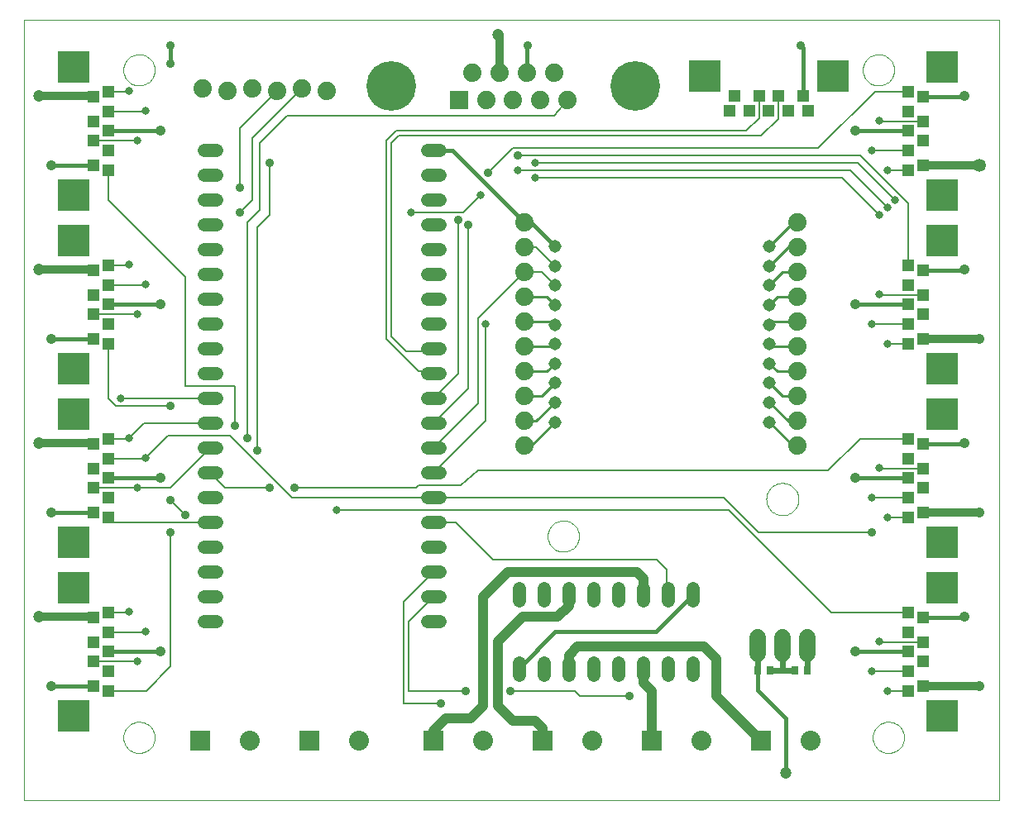
<source format=gtl>
G75*
G70*
%OFA0B0*%
%FSLAX24Y24*%
%IPPOS*%
%LPD*%
%AMOC8*
5,1,8,0,0,1.08239X$1,22.5*
%
%ADD10C,0.0000*%
%ADD11R,0.1306X0.1306*%
%ADD12R,0.0476X0.0476*%
%ADD13C,0.0520*%
%ADD14R,0.0800X0.0800*%
%ADD15C,0.0800*%
%ADD16C,0.0660*%
%ADD17R,0.0276X0.0354*%
%ADD18C,0.0740*%
%ADD19R,0.0740X0.0740*%
%ADD20C,0.2000*%
%ADD21C,0.0515*%
%ADD22C,0.0240*%
%ADD23C,0.0413*%
%ADD24C,0.0320*%
%ADD25C,0.0160*%
%ADD26C,0.0531*%
%ADD27C,0.0472*%
%ADD28C,0.0080*%
%ADD29C,0.0317*%
%ADD30C,0.0356*%
%ADD31C,0.0100*%
%ADD32C,0.0400*%
D10*
X002772Y000222D02*
X002772Y031712D01*
X042072Y031712D01*
X042072Y000222D01*
X002772Y000222D01*
X006762Y002762D02*
X006764Y002812D01*
X006770Y002862D01*
X006780Y002911D01*
X006794Y002959D01*
X006811Y003006D01*
X006832Y003051D01*
X006857Y003095D01*
X006885Y003136D01*
X006917Y003175D01*
X006951Y003212D01*
X006988Y003246D01*
X007028Y003276D01*
X007070Y003303D01*
X007114Y003327D01*
X007160Y003348D01*
X007207Y003364D01*
X007255Y003377D01*
X007305Y003386D01*
X007354Y003391D01*
X007405Y003392D01*
X007455Y003389D01*
X007504Y003382D01*
X007553Y003371D01*
X007601Y003356D01*
X007647Y003338D01*
X007692Y003316D01*
X007735Y003290D01*
X007776Y003261D01*
X007815Y003229D01*
X007851Y003194D01*
X007883Y003156D01*
X007913Y003116D01*
X007940Y003073D01*
X007963Y003029D01*
X007982Y002983D01*
X007998Y002935D01*
X008010Y002886D01*
X008018Y002837D01*
X008022Y002787D01*
X008022Y002737D01*
X008018Y002687D01*
X008010Y002638D01*
X007998Y002589D01*
X007982Y002541D01*
X007963Y002495D01*
X007940Y002451D01*
X007913Y002408D01*
X007883Y002368D01*
X007851Y002330D01*
X007815Y002295D01*
X007776Y002263D01*
X007735Y002234D01*
X007692Y002208D01*
X007647Y002186D01*
X007601Y002168D01*
X007553Y002153D01*
X007504Y002142D01*
X007455Y002135D01*
X007405Y002132D01*
X007354Y002133D01*
X007305Y002138D01*
X007255Y002147D01*
X007207Y002160D01*
X007160Y002176D01*
X007114Y002197D01*
X007070Y002221D01*
X007028Y002248D01*
X006988Y002278D01*
X006951Y002312D01*
X006917Y002349D01*
X006885Y002388D01*
X006857Y002429D01*
X006832Y002473D01*
X006811Y002518D01*
X006794Y002565D01*
X006780Y002613D01*
X006770Y002662D01*
X006764Y002712D01*
X006762Y002762D01*
X023862Y010882D02*
X023864Y010932D01*
X023870Y010982D01*
X023880Y011031D01*
X023894Y011079D01*
X023911Y011126D01*
X023932Y011171D01*
X023957Y011215D01*
X023985Y011256D01*
X024017Y011295D01*
X024051Y011332D01*
X024088Y011366D01*
X024128Y011396D01*
X024170Y011423D01*
X024214Y011447D01*
X024260Y011468D01*
X024307Y011484D01*
X024355Y011497D01*
X024405Y011506D01*
X024454Y011511D01*
X024505Y011512D01*
X024555Y011509D01*
X024604Y011502D01*
X024653Y011491D01*
X024701Y011476D01*
X024747Y011458D01*
X024792Y011436D01*
X024835Y011410D01*
X024876Y011381D01*
X024915Y011349D01*
X024951Y011314D01*
X024983Y011276D01*
X025013Y011236D01*
X025040Y011193D01*
X025063Y011149D01*
X025082Y011103D01*
X025098Y011055D01*
X025110Y011006D01*
X025118Y010957D01*
X025122Y010907D01*
X025122Y010857D01*
X025118Y010807D01*
X025110Y010758D01*
X025098Y010709D01*
X025082Y010661D01*
X025063Y010615D01*
X025040Y010571D01*
X025013Y010528D01*
X024983Y010488D01*
X024951Y010450D01*
X024915Y010415D01*
X024876Y010383D01*
X024835Y010354D01*
X024792Y010328D01*
X024747Y010306D01*
X024701Y010288D01*
X024653Y010273D01*
X024604Y010262D01*
X024555Y010255D01*
X024505Y010252D01*
X024454Y010253D01*
X024405Y010258D01*
X024355Y010267D01*
X024307Y010280D01*
X024260Y010296D01*
X024214Y010317D01*
X024170Y010341D01*
X024128Y010368D01*
X024088Y010398D01*
X024051Y010432D01*
X024017Y010469D01*
X023985Y010508D01*
X023957Y010549D01*
X023932Y010593D01*
X023911Y010638D01*
X023894Y010685D01*
X023880Y010733D01*
X023870Y010782D01*
X023864Y010832D01*
X023862Y010882D01*
X032672Y012372D02*
X032674Y012422D01*
X032680Y012472D01*
X032690Y012522D01*
X032703Y012570D01*
X032720Y012618D01*
X032741Y012664D01*
X032765Y012708D01*
X032793Y012750D01*
X032824Y012790D01*
X032858Y012827D01*
X032895Y012862D01*
X032934Y012893D01*
X032975Y012922D01*
X033019Y012947D01*
X033065Y012969D01*
X033112Y012987D01*
X033160Y013001D01*
X033209Y013012D01*
X033259Y013019D01*
X033309Y013022D01*
X033360Y013021D01*
X033410Y013016D01*
X033460Y013007D01*
X033508Y012995D01*
X033556Y012978D01*
X033602Y012958D01*
X033647Y012935D01*
X033690Y012908D01*
X033730Y012878D01*
X033768Y012845D01*
X033803Y012809D01*
X033836Y012770D01*
X033865Y012729D01*
X033891Y012686D01*
X033914Y012641D01*
X033933Y012594D01*
X033948Y012546D01*
X033960Y012497D01*
X033968Y012447D01*
X033972Y012397D01*
X033972Y012347D01*
X033968Y012297D01*
X033960Y012247D01*
X033948Y012198D01*
X033933Y012150D01*
X033914Y012103D01*
X033891Y012058D01*
X033865Y012015D01*
X033836Y011974D01*
X033803Y011935D01*
X033768Y011899D01*
X033730Y011866D01*
X033690Y011836D01*
X033647Y011809D01*
X033602Y011786D01*
X033556Y011766D01*
X033508Y011749D01*
X033460Y011737D01*
X033410Y011728D01*
X033360Y011723D01*
X033309Y011722D01*
X033259Y011725D01*
X033209Y011732D01*
X033160Y011743D01*
X033112Y011757D01*
X033065Y011775D01*
X033019Y011797D01*
X032975Y011822D01*
X032934Y011851D01*
X032895Y011882D01*
X032858Y011917D01*
X032824Y011954D01*
X032793Y011994D01*
X032765Y012036D01*
X032741Y012080D01*
X032720Y012126D01*
X032703Y012174D01*
X032690Y012222D01*
X032680Y012272D01*
X032674Y012322D01*
X032672Y012372D01*
X036962Y002762D02*
X036964Y002812D01*
X036970Y002862D01*
X036980Y002911D01*
X036994Y002959D01*
X037011Y003006D01*
X037032Y003051D01*
X037057Y003095D01*
X037085Y003136D01*
X037117Y003175D01*
X037151Y003212D01*
X037188Y003246D01*
X037228Y003276D01*
X037270Y003303D01*
X037314Y003327D01*
X037360Y003348D01*
X037407Y003364D01*
X037455Y003377D01*
X037505Y003386D01*
X037554Y003391D01*
X037605Y003392D01*
X037655Y003389D01*
X037704Y003382D01*
X037753Y003371D01*
X037801Y003356D01*
X037847Y003338D01*
X037892Y003316D01*
X037935Y003290D01*
X037976Y003261D01*
X038015Y003229D01*
X038051Y003194D01*
X038083Y003156D01*
X038113Y003116D01*
X038140Y003073D01*
X038163Y003029D01*
X038182Y002983D01*
X038198Y002935D01*
X038210Y002886D01*
X038218Y002837D01*
X038222Y002787D01*
X038222Y002737D01*
X038218Y002687D01*
X038210Y002638D01*
X038198Y002589D01*
X038182Y002541D01*
X038163Y002495D01*
X038140Y002451D01*
X038113Y002408D01*
X038083Y002368D01*
X038051Y002330D01*
X038015Y002295D01*
X037976Y002263D01*
X037935Y002234D01*
X037892Y002208D01*
X037847Y002186D01*
X037801Y002168D01*
X037753Y002153D01*
X037704Y002142D01*
X037655Y002135D01*
X037605Y002132D01*
X037554Y002133D01*
X037505Y002138D01*
X037455Y002147D01*
X037407Y002160D01*
X037360Y002176D01*
X037314Y002197D01*
X037270Y002221D01*
X037228Y002248D01*
X037188Y002278D01*
X037151Y002312D01*
X037117Y002349D01*
X037085Y002388D01*
X037057Y002429D01*
X037032Y002473D01*
X037011Y002518D01*
X036994Y002565D01*
X036980Y002613D01*
X036970Y002662D01*
X036964Y002712D01*
X036962Y002762D01*
X036562Y029682D02*
X036564Y029732D01*
X036570Y029782D01*
X036580Y029831D01*
X036594Y029879D01*
X036611Y029926D01*
X036632Y029971D01*
X036657Y030015D01*
X036685Y030056D01*
X036717Y030095D01*
X036751Y030132D01*
X036788Y030166D01*
X036828Y030196D01*
X036870Y030223D01*
X036914Y030247D01*
X036960Y030268D01*
X037007Y030284D01*
X037055Y030297D01*
X037105Y030306D01*
X037154Y030311D01*
X037205Y030312D01*
X037255Y030309D01*
X037304Y030302D01*
X037353Y030291D01*
X037401Y030276D01*
X037447Y030258D01*
X037492Y030236D01*
X037535Y030210D01*
X037576Y030181D01*
X037615Y030149D01*
X037651Y030114D01*
X037683Y030076D01*
X037713Y030036D01*
X037740Y029993D01*
X037763Y029949D01*
X037782Y029903D01*
X037798Y029855D01*
X037810Y029806D01*
X037818Y029757D01*
X037822Y029707D01*
X037822Y029657D01*
X037818Y029607D01*
X037810Y029558D01*
X037798Y029509D01*
X037782Y029461D01*
X037763Y029415D01*
X037740Y029371D01*
X037713Y029328D01*
X037683Y029288D01*
X037651Y029250D01*
X037615Y029215D01*
X037576Y029183D01*
X037535Y029154D01*
X037492Y029128D01*
X037447Y029106D01*
X037401Y029088D01*
X037353Y029073D01*
X037304Y029062D01*
X037255Y029055D01*
X037205Y029052D01*
X037154Y029053D01*
X037105Y029058D01*
X037055Y029067D01*
X037007Y029080D01*
X036960Y029096D01*
X036914Y029117D01*
X036870Y029141D01*
X036828Y029168D01*
X036788Y029198D01*
X036751Y029232D01*
X036717Y029269D01*
X036685Y029308D01*
X036657Y029349D01*
X036632Y029393D01*
X036611Y029438D01*
X036594Y029485D01*
X036580Y029533D01*
X036570Y029582D01*
X036564Y029632D01*
X036562Y029682D01*
X006762Y029682D02*
X006764Y029732D01*
X006770Y029782D01*
X006780Y029831D01*
X006794Y029879D01*
X006811Y029926D01*
X006832Y029971D01*
X006857Y030015D01*
X006885Y030056D01*
X006917Y030095D01*
X006951Y030132D01*
X006988Y030166D01*
X007028Y030196D01*
X007070Y030223D01*
X007114Y030247D01*
X007160Y030268D01*
X007207Y030284D01*
X007255Y030297D01*
X007305Y030306D01*
X007354Y030311D01*
X007405Y030312D01*
X007455Y030309D01*
X007504Y030302D01*
X007553Y030291D01*
X007601Y030276D01*
X007647Y030258D01*
X007692Y030236D01*
X007735Y030210D01*
X007776Y030181D01*
X007815Y030149D01*
X007851Y030114D01*
X007883Y030076D01*
X007913Y030036D01*
X007940Y029993D01*
X007963Y029949D01*
X007982Y029903D01*
X007998Y029855D01*
X008010Y029806D01*
X008018Y029757D01*
X008022Y029707D01*
X008022Y029657D01*
X008018Y029607D01*
X008010Y029558D01*
X007998Y029509D01*
X007982Y029461D01*
X007963Y029415D01*
X007940Y029371D01*
X007913Y029328D01*
X007883Y029288D01*
X007851Y029250D01*
X007815Y029215D01*
X007776Y029183D01*
X007735Y029154D01*
X007692Y029128D01*
X007647Y029106D01*
X007601Y029088D01*
X007553Y029073D01*
X007504Y029062D01*
X007455Y029055D01*
X007405Y029052D01*
X007354Y029053D01*
X007305Y029058D01*
X007255Y029067D01*
X007207Y029080D01*
X007160Y029096D01*
X007114Y029117D01*
X007070Y029141D01*
X007028Y029168D01*
X006988Y029198D01*
X006951Y029232D01*
X006917Y029269D01*
X006885Y029308D01*
X006857Y029349D01*
X006832Y029393D01*
X006811Y029438D01*
X006794Y029485D01*
X006780Y029533D01*
X006770Y029582D01*
X006764Y029632D01*
X006762Y029682D01*
D11*
X004772Y029808D03*
X004772Y024635D03*
X004772Y022808D03*
X004772Y017635D03*
X004772Y015808D03*
X004772Y010635D03*
X004772Y008808D03*
X004772Y003635D03*
X030185Y029422D03*
X035358Y029422D03*
X039772Y029808D03*
X039772Y024635D03*
X039772Y022808D03*
X039772Y017635D03*
X039772Y015808D03*
X039772Y010635D03*
X039772Y008808D03*
X039772Y003635D03*
D12*
X038984Y004844D03*
X038394Y004647D03*
X038394Y005434D03*
X038984Y005828D03*
X038394Y006222D03*
X038984Y006615D03*
X038394Y007009D03*
X038984Y007600D03*
X038394Y007797D03*
X038394Y011647D03*
X038984Y011844D03*
X038394Y012434D03*
X038984Y012828D03*
X038394Y013222D03*
X038984Y013615D03*
X038394Y014009D03*
X038394Y014797D03*
X038984Y014600D03*
X038394Y018647D03*
X038984Y018844D03*
X038394Y019434D03*
X038984Y019828D03*
X038394Y020222D03*
X038984Y020615D03*
X038394Y021009D03*
X038394Y021797D03*
X038984Y021600D03*
X038394Y025647D03*
X038984Y025844D03*
X038394Y026434D03*
X038984Y026828D03*
X038394Y027222D03*
X038984Y027615D03*
X038394Y028009D03*
X038984Y028600D03*
X038394Y028797D03*
X034346Y028044D03*
X034150Y028634D03*
X033559Y028044D03*
X033165Y028634D03*
X032772Y028044D03*
X032378Y028634D03*
X031984Y028044D03*
X031197Y028044D03*
X031394Y028634D03*
X006150Y028797D03*
X005559Y028600D03*
X006150Y028009D03*
X005559Y027615D03*
X006150Y027222D03*
X005559Y026828D03*
X006150Y026434D03*
X005559Y025844D03*
X006150Y025647D03*
X006150Y021797D03*
X005559Y021600D03*
X006150Y021009D03*
X005559Y020615D03*
X006150Y020222D03*
X005559Y019828D03*
X006150Y019434D03*
X005559Y018844D03*
X006150Y018647D03*
X006150Y014797D03*
X005559Y014600D03*
X006150Y014009D03*
X005559Y013615D03*
X006150Y013222D03*
X005559Y012828D03*
X006150Y012434D03*
X005559Y011844D03*
X006150Y011647D03*
X006150Y007797D03*
X005559Y007600D03*
X006150Y007009D03*
X005559Y006615D03*
X006150Y006222D03*
X005559Y005828D03*
X006150Y005434D03*
X006150Y004647D03*
X005559Y004844D03*
D13*
X010012Y007422D02*
X010532Y007422D01*
X010532Y008422D02*
X010012Y008422D01*
X010012Y009422D02*
X010532Y009422D01*
X010532Y010422D02*
X010012Y010422D01*
X010012Y011422D02*
X010532Y011422D01*
X010532Y012422D02*
X010012Y012422D01*
X010012Y013422D02*
X010532Y013422D01*
X010532Y014422D02*
X010012Y014422D01*
X010012Y015422D02*
X010532Y015422D01*
X010532Y016422D02*
X010012Y016422D01*
X010012Y017422D02*
X010532Y017422D01*
X010532Y018422D02*
X010012Y018422D01*
X010012Y019422D02*
X010532Y019422D01*
X010532Y020422D02*
X010012Y020422D01*
X010012Y021422D02*
X010532Y021422D01*
X010532Y022422D02*
X010012Y022422D01*
X010012Y023422D02*
X010532Y023422D01*
X010532Y024422D02*
X010012Y024422D01*
X010012Y025422D02*
X010532Y025422D01*
X010532Y026422D02*
X010012Y026422D01*
X019012Y026422D02*
X019532Y026422D01*
X019532Y025422D02*
X019012Y025422D01*
X019012Y024422D02*
X019532Y024422D01*
X019532Y023422D02*
X019012Y023422D01*
X019012Y022422D02*
X019532Y022422D01*
X019532Y021422D02*
X019012Y021422D01*
X019012Y020422D02*
X019532Y020422D01*
X019532Y019422D02*
X019012Y019422D01*
X019012Y018422D02*
X019532Y018422D01*
X019532Y017422D02*
X019012Y017422D01*
X019012Y016422D02*
X019532Y016422D01*
X019532Y015422D02*
X019012Y015422D01*
X019012Y014422D02*
X019532Y014422D01*
X019532Y013422D02*
X019012Y013422D01*
X019012Y012422D02*
X019532Y012422D01*
X019532Y011422D02*
X019012Y011422D01*
X019012Y010422D02*
X019532Y010422D01*
X019532Y009422D02*
X019012Y009422D01*
X019012Y008422D02*
X019532Y008422D01*
X019532Y007422D02*
X019012Y007422D01*
X022722Y008262D02*
X022722Y008782D01*
X023722Y008782D02*
X023722Y008262D01*
X024722Y008262D02*
X024722Y008782D01*
X025722Y008782D02*
X025722Y008262D01*
X026722Y008262D02*
X026722Y008782D01*
X027722Y008782D02*
X027722Y008262D01*
X028722Y008262D02*
X028722Y008782D01*
X029722Y008782D02*
X029722Y008262D01*
X029722Y005782D02*
X029722Y005262D01*
X028722Y005262D02*
X028722Y005782D01*
X027722Y005782D02*
X027722Y005262D01*
X026722Y005262D02*
X026722Y005782D01*
X025722Y005782D02*
X025722Y005262D01*
X024722Y005262D02*
X024722Y005782D01*
X023722Y005782D02*
X023722Y005262D01*
X022722Y005262D02*
X022722Y005782D01*
D14*
X023672Y002622D03*
X028072Y002622D03*
X032472Y002622D03*
X019272Y002622D03*
X014272Y002622D03*
X009872Y002622D03*
D15*
X011840Y002622D03*
X016240Y002622D03*
X021240Y002622D03*
X025640Y002622D03*
X030040Y002622D03*
X034440Y002622D03*
D16*
X034322Y006142D02*
X034322Y006802D01*
X033322Y006802D02*
X033322Y006142D01*
X032322Y006142D02*
X032322Y006802D01*
D17*
X032316Y005472D03*
X032828Y005472D03*
X033816Y005472D03*
X034328Y005472D03*
D18*
X033922Y014522D03*
X033922Y015522D03*
X033922Y016522D03*
X033922Y017522D03*
X033922Y018522D03*
X033922Y019522D03*
X033922Y020522D03*
X033922Y021522D03*
X033922Y022522D03*
X033922Y023522D03*
X024653Y028463D03*
X023562Y028463D03*
X022472Y028463D03*
X021381Y028463D03*
X020838Y029581D03*
X021928Y029581D03*
X023015Y029581D03*
X024106Y029581D03*
X022922Y023522D03*
X022922Y022522D03*
X022922Y021522D03*
X022922Y020522D03*
X022922Y019522D03*
X022922Y018522D03*
X022922Y017522D03*
X022922Y016522D03*
X022922Y015522D03*
X022922Y014522D03*
X014972Y028822D03*
X013972Y028922D03*
X012972Y028822D03*
X011972Y028922D03*
X010972Y028822D03*
X009972Y028922D03*
D19*
X020291Y028463D03*
D20*
X017550Y029022D03*
X027393Y029022D03*
D21*
X024141Y022565D03*
X024141Y021778D03*
X024141Y020990D03*
X024141Y020203D03*
X024141Y019415D03*
X024141Y018628D03*
X024141Y017841D03*
X024141Y017053D03*
X024141Y016266D03*
X024141Y015478D03*
X032802Y015478D03*
X032802Y016266D03*
X032802Y017053D03*
X032802Y017841D03*
X032802Y018628D03*
X032802Y019415D03*
X032802Y020203D03*
X032802Y020990D03*
X032802Y021778D03*
X032802Y022565D03*
D22*
X032316Y006472D02*
X032322Y006472D01*
X032316Y006472D02*
X032316Y005472D01*
X032828Y005472D02*
X033322Y005472D01*
X033816Y005472D01*
X033322Y005472D02*
X033322Y006472D01*
X034322Y006472D02*
X034322Y005472D01*
X034328Y005472D01*
D23*
X036272Y006222D03*
X040672Y007622D03*
X041272Y004822D03*
X041272Y011822D03*
X040672Y014622D03*
X036272Y013222D03*
X041272Y018822D03*
X040672Y021622D03*
X036272Y020222D03*
X036272Y027222D03*
X040672Y028622D03*
X008272Y027222D03*
X003872Y025822D03*
X008272Y020222D03*
X003872Y018822D03*
X008272Y013222D03*
X003872Y011822D03*
X008272Y006222D03*
X003872Y004822D03*
D24*
X003372Y007622D02*
X005559Y007622D01*
X005559Y007600D01*
X005559Y014600D02*
X005559Y014622D01*
X003372Y014622D01*
X003372Y021622D02*
X005559Y021622D01*
X005559Y021600D01*
X005559Y028600D02*
X005559Y028622D01*
X003372Y028622D01*
X021928Y029581D02*
X021928Y031102D01*
X021872Y031102D01*
X038984Y025844D02*
X041072Y025844D01*
X041272Y018844D02*
X038984Y018844D01*
X041272Y018822D02*
X041272Y018844D01*
X041272Y011844D02*
X038984Y011844D01*
X041272Y011822D02*
X041272Y011844D01*
X041272Y004844D02*
X038984Y004844D01*
X041272Y004822D02*
X041272Y004844D01*
D25*
X038394Y006222D02*
X036272Y006222D01*
X038984Y007600D02*
X040672Y007600D01*
X040672Y007622D01*
X038394Y013222D02*
X036272Y013222D01*
X038984Y014600D02*
X040672Y014600D01*
X040672Y014622D01*
X038394Y020222D02*
X036272Y020222D01*
X038984Y021600D02*
X040672Y021600D01*
X040672Y021622D01*
X041072Y025844D02*
X041272Y025822D01*
X038394Y027222D02*
X036272Y027222D01*
X034150Y028634D02*
X034150Y030584D01*
X034072Y030662D01*
X038984Y028600D02*
X040672Y028600D01*
X040672Y028622D01*
X024141Y022565D02*
X023184Y023522D01*
X022922Y023522D01*
X020022Y026422D01*
X019272Y026422D01*
X023015Y029581D02*
X023015Y030605D01*
X023072Y030662D01*
X008672Y030662D02*
X008672Y029922D01*
X008272Y027222D02*
X006150Y027222D01*
X005559Y025844D02*
X003872Y025844D01*
X003872Y025822D01*
X006150Y020222D02*
X008272Y020222D01*
X005559Y018844D02*
X003872Y018844D01*
X003872Y018822D01*
X006150Y013222D02*
X008272Y013222D01*
X005559Y011844D02*
X003872Y011844D01*
X003872Y011822D01*
X006150Y006222D02*
X008272Y006222D01*
X005559Y004844D02*
X003872Y004844D01*
X003872Y004822D01*
X022722Y005522D02*
X022722Y005572D01*
X024172Y007022D01*
X028222Y007022D01*
X029722Y008522D01*
X032316Y005472D02*
X032316Y004678D01*
X033472Y003522D01*
X033472Y001322D01*
D26*
X041272Y025822D03*
D27*
X021872Y031102D03*
X003372Y028622D03*
X003372Y021622D03*
X003372Y014622D03*
X003372Y007622D03*
X033472Y001322D03*
D28*
X037552Y004622D02*
X037552Y004647D01*
X038394Y004647D01*
X038394Y005434D02*
X036912Y005434D01*
X036912Y005422D01*
X037232Y006615D02*
X037232Y006622D01*
X037232Y006615D02*
X038984Y006615D01*
X038394Y007797D02*
X035297Y007797D01*
X031172Y011922D01*
X015372Y011922D01*
X013572Y012422D02*
X011072Y014922D01*
X008552Y014922D01*
X007652Y014022D01*
X007652Y014009D01*
X006150Y014009D01*
X006150Y014797D02*
X006992Y014797D01*
X006992Y014822D01*
X007592Y015422D01*
X010272Y015422D01*
X011272Y015322D02*
X011272Y016922D01*
X009272Y016922D01*
X009272Y021322D01*
X006150Y024444D01*
X006150Y025647D01*
X005559Y026828D02*
X007312Y026828D01*
X007312Y026822D01*
X007652Y028009D02*
X006150Y028009D01*
X006150Y028797D02*
X006992Y028797D01*
X006992Y028822D01*
X007652Y028022D02*
X007652Y028009D01*
X011472Y027322D02*
X012972Y028822D01*
X013972Y028922D02*
X011972Y026922D01*
X011972Y024422D01*
X011472Y023922D01*
X011772Y023522D02*
X011772Y014822D01*
X012172Y014322D02*
X012172Y023322D01*
X012672Y023822D01*
X012672Y025922D01*
X012272Y026722D02*
X012272Y024022D01*
X011772Y023522D01*
X011472Y024922D02*
X011472Y027322D01*
X012272Y026722D02*
X013372Y027822D01*
X024112Y027822D01*
X024653Y028463D01*
X022472Y026522D02*
X021472Y025522D01*
X022672Y025622D02*
X036052Y025622D01*
X037552Y024122D01*
X037872Y024422D02*
X036372Y025922D01*
X023372Y025922D01*
X023372Y025322D02*
X035732Y025322D01*
X037232Y023822D01*
X038394Y024300D02*
X036472Y026222D01*
X022672Y026222D01*
X022472Y026522D02*
X034772Y026522D01*
X037046Y028797D01*
X038394Y028797D01*
X038984Y027615D02*
X037232Y027615D01*
X037232Y027622D01*
X036912Y026434D02*
X036912Y026422D01*
X036912Y026434D02*
X038394Y026434D01*
X038394Y025647D02*
X037552Y025647D01*
X037552Y025622D01*
X038394Y024300D02*
X038394Y021797D01*
X038984Y020615D02*
X037232Y020615D01*
X037232Y020622D01*
X036912Y019434D02*
X036912Y019422D01*
X036912Y019434D02*
X038394Y019434D01*
X038394Y018647D02*
X037552Y018647D01*
X037552Y018622D01*
X038394Y014797D02*
X036446Y014797D01*
X035172Y013522D01*
X021072Y013522D01*
X020372Y012922D01*
X018672Y012922D01*
X018572Y012822D01*
X013672Y012822D01*
X013572Y012422D02*
X019272Y012422D01*
X030972Y012422D01*
X032372Y011022D01*
X036912Y011022D01*
X037552Y011622D02*
X037552Y011647D01*
X038394Y011647D01*
X038394Y012434D02*
X036912Y012434D01*
X036912Y012422D01*
X037232Y013615D02*
X037232Y013622D01*
X037232Y013615D02*
X038984Y013615D01*
X028672Y009522D02*
X028672Y008572D01*
X028722Y008522D01*
X028672Y009522D02*
X028272Y009922D01*
X021672Y009922D01*
X020172Y011422D01*
X019272Y011422D01*
X019272Y013422D02*
X021372Y015522D01*
X021372Y019422D01*
X021072Y019672D02*
X022922Y021522D01*
X023609Y021522D01*
X024141Y020990D01*
X024141Y021778D02*
X023397Y022522D01*
X022922Y022522D01*
X020672Y023422D02*
X020672Y016822D01*
X019272Y015422D01*
X019272Y016422D02*
X020272Y017422D01*
X020272Y023622D01*
X020472Y023922D02*
X021172Y024622D01*
X020472Y023922D02*
X018372Y023922D01*
X017572Y026722D02*
X017572Y018922D01*
X018172Y018322D01*
X019172Y018322D01*
X019272Y018422D01*
X019172Y017522D02*
X018672Y017522D01*
X017372Y018822D01*
X017372Y026822D01*
X017772Y027222D01*
X031872Y027222D01*
X032378Y027728D01*
X032378Y028634D01*
X033165Y028634D02*
X033165Y027715D01*
X032472Y027022D01*
X017872Y027022D01*
X017572Y026722D01*
X021072Y019672D02*
X021072Y016222D01*
X019272Y014422D01*
X019272Y017422D02*
X019172Y017522D01*
X012672Y012822D02*
X010872Y012822D01*
X010272Y013422D01*
X010272Y014422D02*
X008672Y012822D01*
X007312Y012822D01*
X007312Y012828D01*
X005559Y012828D01*
X006150Y011647D02*
X006375Y011422D01*
X010272Y011422D01*
X009272Y011722D02*
X008672Y012322D01*
X008672Y011022D02*
X008672Y005622D01*
X007697Y004647D01*
X006150Y004647D01*
X005559Y005828D02*
X007312Y005828D01*
X007312Y005822D01*
X007652Y007009D02*
X006150Y007009D01*
X006150Y007797D02*
X006992Y007797D01*
X006992Y007822D01*
X007652Y007022D02*
X007652Y007009D01*
X018072Y008222D02*
X018072Y004122D01*
X019572Y004122D01*
X020572Y004622D02*
X018272Y004622D01*
X018272Y007422D01*
X019272Y008422D01*
X019272Y009422D02*
X018072Y008222D01*
X022372Y004622D02*
X024972Y004622D01*
X025172Y004422D01*
X027172Y004422D01*
X010272Y016422D02*
X006672Y016422D01*
X006472Y016122D02*
X008672Y016122D01*
X006472Y016122D02*
X006150Y016444D01*
X006150Y018647D01*
X005559Y019828D02*
X007312Y019828D01*
X007312Y019822D01*
X007652Y021009D02*
X006150Y021009D01*
X006150Y021797D02*
X006992Y021797D01*
X006992Y021822D01*
X007652Y021022D02*
X007652Y021009D01*
D29*
X007652Y021022D03*
X006992Y021822D03*
X007312Y019822D03*
X006672Y016422D03*
X006992Y014822D03*
X007652Y014022D03*
X007312Y012822D03*
X006992Y007822D03*
X007652Y007022D03*
X007312Y005822D03*
X015372Y011922D03*
X021372Y019422D03*
X018372Y023922D03*
X021172Y024622D03*
X022672Y025622D03*
X023372Y025922D03*
X023372Y025322D03*
X036912Y026422D03*
X037552Y025622D03*
X037872Y024422D03*
X037552Y024122D03*
X037232Y023822D03*
X037232Y020622D03*
X036912Y019422D03*
X037552Y018622D03*
X037232Y013622D03*
X036912Y012422D03*
X037552Y011622D03*
X037232Y006622D03*
X036912Y005422D03*
X037552Y004622D03*
X037232Y027622D03*
X007652Y028022D03*
X006992Y028822D03*
X007312Y026822D03*
D30*
X008672Y029922D03*
X008672Y030662D03*
X012672Y025922D03*
X011472Y024922D03*
X011472Y023922D03*
X020272Y023622D03*
X020672Y023422D03*
X021472Y025522D03*
X022672Y026222D03*
X023072Y030662D03*
X034072Y030662D03*
X012172Y014322D03*
X011772Y014822D03*
X011272Y015322D03*
X008672Y016122D03*
X012672Y012822D03*
X013672Y012822D03*
X009272Y011722D03*
X008672Y012322D03*
X008672Y011022D03*
X019572Y004122D03*
X020572Y004622D03*
X022372Y004622D03*
X027172Y004422D03*
X036912Y011022D03*
D31*
X033922Y014522D02*
X033759Y014522D01*
X032802Y015478D01*
X033546Y015522D02*
X032802Y016266D01*
X033334Y016522D02*
X032802Y017053D01*
X033121Y017522D02*
X032802Y017841D01*
X033121Y017522D02*
X033922Y017522D01*
X033922Y018522D02*
X032909Y018522D01*
X032802Y018628D01*
X032802Y019415D02*
X032909Y019522D01*
X033922Y019522D01*
X033922Y020522D02*
X033121Y020522D01*
X032802Y020203D01*
X032802Y020990D02*
X033334Y021522D01*
X033922Y021522D01*
X033922Y022522D02*
X033546Y022522D01*
X032802Y021778D01*
X032802Y022565D02*
X033759Y023522D01*
X033922Y023522D01*
X033922Y016522D02*
X033334Y016522D01*
X033546Y015522D02*
X033922Y015522D01*
X024141Y015478D02*
X023184Y014522D01*
X022922Y014522D01*
X022922Y015522D02*
X023397Y015522D01*
X024141Y016266D01*
X023609Y016522D02*
X024141Y017053D01*
X023822Y017522D02*
X024141Y017841D01*
X023822Y017522D02*
X022922Y017522D01*
X022922Y018522D02*
X024035Y018522D01*
X024141Y018628D01*
X024141Y019415D02*
X024035Y019522D01*
X022922Y019522D01*
X022922Y020522D02*
X023822Y020522D01*
X024141Y020203D01*
X023609Y016522D02*
X022922Y016522D01*
D32*
X022272Y009422D02*
X021272Y008422D01*
X021272Y004022D01*
X020772Y003522D01*
X019772Y003522D01*
X019272Y003022D01*
X019272Y002622D01*
X021872Y004022D02*
X022472Y003422D01*
X023372Y003422D01*
X023672Y003122D01*
X023672Y002622D01*
X021872Y004022D02*
X021872Y006622D01*
X022872Y007622D01*
X024272Y007622D01*
X024722Y008072D01*
X024722Y008522D01*
X025072Y006422D02*
X030172Y006422D01*
X030672Y005922D01*
X030672Y004422D01*
X032472Y002622D01*
X028072Y002622D02*
X028072Y004622D01*
X027722Y004972D01*
X027722Y005522D01*
X025072Y006422D02*
X024722Y006072D01*
X024722Y005522D01*
X027722Y008522D02*
X027722Y009172D01*
X027472Y009422D01*
X022272Y009422D01*
M02*

</source>
